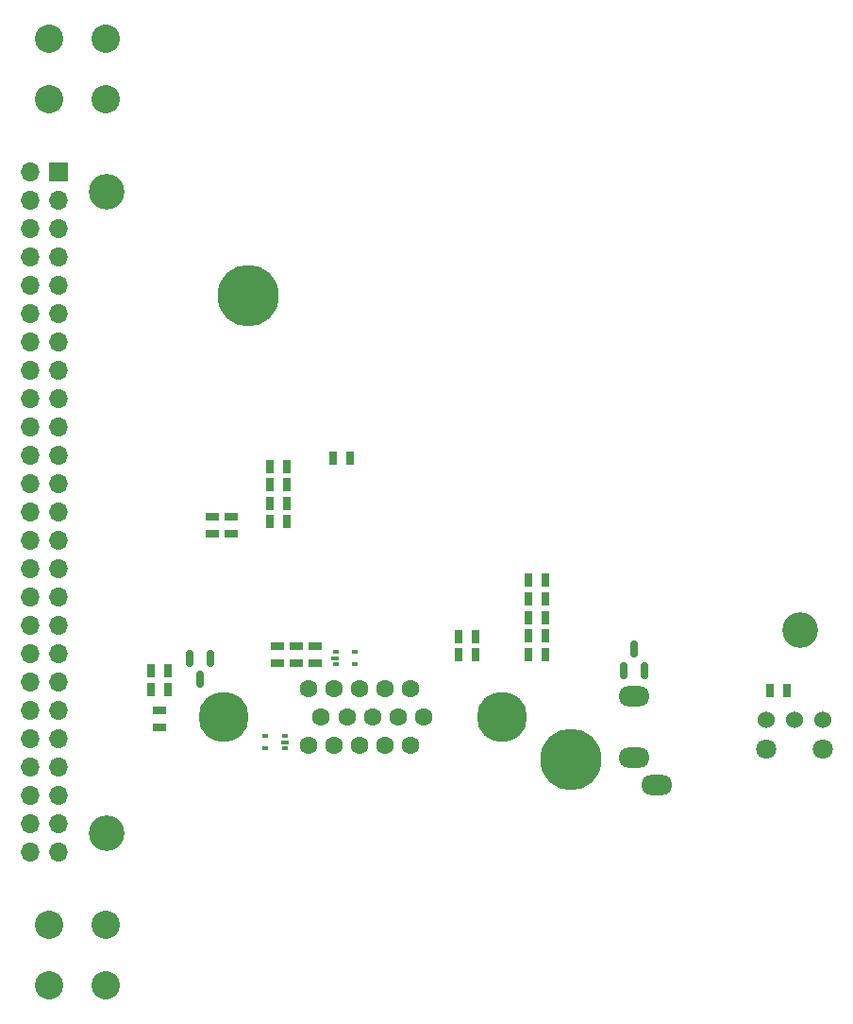
<source format=gbr>
%TF.GenerationSoftware,KiCad,Pcbnew,7.0.10+dfsg-1*%
%TF.CreationDate,2024-01-29T21:55:55+02:00*%
%TF.ProjectId,extra_av_out,65787472-615f-4617-965f-6f75742e6b69,rev?*%
%TF.SameCoordinates,Original*%
%TF.FileFunction,Soldermask,Bot*%
%TF.FilePolarity,Negative*%
%FSLAX46Y46*%
G04 Gerber Fmt 4.6, Leading zero omitted, Abs format (unit mm)*
G04 Created by KiCad (PCBNEW 7.0.10+dfsg-1) date 2024-01-29 21:55:55*
%MOMM*%
%LPD*%
G01*
G04 APERTURE LIST*
G04 Aperture macros list*
%AMRoundRect*
0 Rectangle with rounded corners*
0 $1 Rounding radius*
0 $2 $3 $4 $5 $6 $7 $8 $9 X,Y pos of 4 corners*
0 Add a 4 corners polygon primitive as box body*
4,1,4,$2,$3,$4,$5,$6,$7,$8,$9,$2,$3,0*
0 Add four circle primitives for the rounded corners*
1,1,$1+$1,$2,$3*
1,1,$1+$1,$4,$5*
1,1,$1+$1,$6,$7*
1,1,$1+$1,$8,$9*
0 Add four rect primitives between the rounded corners*
20,1,$1+$1,$2,$3,$4,$5,0*
20,1,$1+$1,$4,$5,$6,$7,0*
20,1,$1+$1,$6,$7,$8,$9,0*
20,1,$1+$1,$8,$9,$2,$3,0*%
G04 Aperture macros list end*
%ADD10R,1.700000X1.700000*%
%ADD11O,1.700000X1.700000*%
%ADD12C,1.524000*%
%ADD13C,1.800000*%
%ADD14C,1.600000*%
%ADD15C,4.500000*%
%ADD16C,2.540000*%
%ADD17O,2.800000X1.800000*%
%ADD18C,3.200000*%
%ADD19C,5.500000*%
%ADD20R,1.143000X0.635000*%
%ADD21R,0.635000X1.143000*%
%ADD22R,0.500000X0.380000*%
%ADD23R,0.650000X0.300000*%
%ADD24RoundRect,0.150000X0.150000X-0.587500X0.150000X0.587500X-0.150000X0.587500X-0.150000X-0.587500X0*%
%ADD25RoundRect,0.150000X-0.150000X0.587500X-0.150000X-0.587500X0.150000X-0.587500X0.150000X0.587500X0*%
G04 APERTURE END LIST*
D10*
%TO.C,J1*%
X48925790Y-27248710D03*
D11*
X46385790Y-27248710D03*
X48925790Y-29788710D03*
X46385790Y-29788710D03*
X48925790Y-32328710D03*
X46385790Y-32328710D03*
X48925790Y-34868710D03*
X46385790Y-34868710D03*
X48925790Y-37408710D03*
X46385790Y-37408710D03*
X48925790Y-39948710D03*
X46385790Y-39948710D03*
X48925790Y-42488710D03*
X46385790Y-42488710D03*
X48925790Y-45028710D03*
X46385790Y-45028710D03*
X48925790Y-47568710D03*
X46385790Y-47568710D03*
X48925790Y-50108710D03*
X46385790Y-50108710D03*
X48925790Y-52648710D03*
X46385790Y-52648710D03*
X48925790Y-55188710D03*
X46385790Y-55188710D03*
X48925790Y-57728710D03*
X46385790Y-57728710D03*
X48925790Y-60268710D03*
X46385790Y-60268710D03*
X48925790Y-62808710D03*
X46385790Y-62808710D03*
X48925790Y-65348710D03*
X46385790Y-65348710D03*
X48925790Y-67888710D03*
X46385790Y-67888710D03*
X48925790Y-70428710D03*
X46385790Y-70428710D03*
X48925790Y-72968710D03*
X46385790Y-72968710D03*
X48925790Y-75508710D03*
X46385790Y-75508710D03*
X48925790Y-78048710D03*
X46385790Y-78048710D03*
X48925790Y-80588710D03*
X46385790Y-80588710D03*
X48925790Y-83128710D03*
X46385790Y-83128710D03*
X48925790Y-85668710D03*
X46385790Y-85668710D03*
X48925790Y-88208710D03*
X46385790Y-88208710D03*
%TD*%
D12*
%TO.C,J3*%
X117540000Y-76345000D03*
X115000000Y-76345000D03*
X112460000Y-76345000D03*
D13*
X112460000Y-78970000D03*
X117540000Y-78970000D03*
%TD*%
D14*
%TO.C,J4*%
X80560000Y-73590000D03*
X78270000Y-73590000D03*
X75980000Y-73590000D03*
X73690000Y-73590000D03*
X71400000Y-73590000D03*
X81700000Y-76130000D03*
X79410000Y-76130000D03*
X77120000Y-76130000D03*
X74830000Y-76130000D03*
D15*
X63740000Y-76130000D03*
D14*
X72540000Y-76130000D03*
D15*
X88740000Y-76130000D03*
D14*
X80560000Y-78670000D03*
X78270000Y-78670000D03*
X75980000Y-78670000D03*
X73690000Y-78670000D03*
X71400000Y-78670000D03*
%TD*%
D16*
%TO.C,ST1*%
X53190000Y-15300000D03*
X48110000Y-15300000D03*
X53190000Y-20740000D03*
X48110000Y-20740000D03*
%TD*%
%TO.C,ST2*%
X53190000Y-94720000D03*
X48110000Y-94720000D03*
X53190000Y-100160000D03*
X48110000Y-100160000D03*
%TD*%
D17*
%TO.C,J2*%
X100610000Y-74270000D03*
X102610000Y-82170000D03*
X100610000Y-79770000D03*
%TD*%
D18*
%TO.C,MH3*%
X115500000Y-68270000D03*
%TD*%
D19*
%TO.C,MH4*%
X94900000Y-79930000D03*
%TD*%
D18*
%TO.C,MH2*%
X53300000Y-86500000D03*
%TD*%
%TO.C,MH1*%
X53300000Y-29000000D03*
%TD*%
D19*
%TO.C,MH5*%
X65950000Y-38360000D03*
%TD*%
D20*
%TO.C,C1*%
X62780000Y-59642000D03*
X62780000Y-58118000D03*
%TD*%
%TO.C,C2*%
X64420000Y-59642000D03*
X64420000Y-58118000D03*
%TD*%
D21*
%TO.C,C3*%
X92670000Y-70480000D03*
X91146000Y-70480000D03*
%TD*%
%TO.C,C4*%
X92690000Y-63840000D03*
X91166000Y-63840000D03*
%TD*%
%TO.C,C5*%
X84870000Y-70480000D03*
X86394000Y-70480000D03*
%TD*%
%TO.C,C7*%
X92674000Y-67180000D03*
X91150000Y-67180000D03*
%TD*%
%TO.C,C8*%
X92680000Y-65510000D03*
X91156000Y-65510000D03*
%TD*%
%TO.C,C9*%
X91140000Y-68830000D03*
X92664000Y-68830000D03*
%TD*%
%TO.C,C10*%
X84860000Y-68860000D03*
X86384000Y-68860000D03*
%TD*%
%TO.C,C15*%
X69482000Y-55300000D03*
X67958000Y-55300000D03*
%TD*%
%TO.C,C16*%
X75112000Y-52890000D03*
X73588000Y-52890000D03*
%TD*%
%TO.C,C17*%
X69492000Y-53660000D03*
X67968000Y-53660000D03*
%TD*%
%TO.C,C18*%
X69482000Y-56940000D03*
X67958000Y-56940000D03*
%TD*%
%TO.C,C19*%
X69472000Y-58580000D03*
X67948000Y-58580000D03*
%TD*%
%TO.C,C21*%
X114302000Y-73700000D03*
X112778000Y-73700000D03*
%TD*%
D20*
%TO.C,C22*%
X58040000Y-77062000D03*
X58040000Y-75538000D03*
%TD*%
D21*
%TO.C,R12*%
X57256000Y-71920000D03*
X58780000Y-71920000D03*
%TD*%
D22*
%TO.C,D4*%
X73860000Y-71370000D03*
D23*
X73780000Y-70830000D03*
D22*
X73860000Y-70290000D03*
X75560000Y-70290000D03*
X75560000Y-71370000D03*
%TD*%
D20*
%TO.C,R10*%
X70300000Y-71306000D03*
X70300000Y-69782000D03*
%TD*%
D24*
%TO.C,D3*%
X101550000Y-71915000D03*
X99650000Y-71915000D03*
X100600000Y-70040000D03*
%TD*%
D20*
%TO.C,R9*%
X68610000Y-69786000D03*
X68610000Y-71310000D03*
%TD*%
%TO.C,R11*%
X71970000Y-71306000D03*
X71970000Y-69782000D03*
%TD*%
D21*
%TO.C,R13*%
X58780000Y-73640000D03*
X57256000Y-73640000D03*
%TD*%
D25*
%TO.C,Q1*%
X60700000Y-70840000D03*
X62600000Y-70840000D03*
X61650000Y-72715000D03*
%TD*%
D22*
%TO.C,D2*%
X69240000Y-77810000D03*
D23*
X69320000Y-78350000D03*
D22*
X69240000Y-78890000D03*
X67540000Y-78890000D03*
X67540000Y-77810000D03*
%TD*%
M02*

</source>
